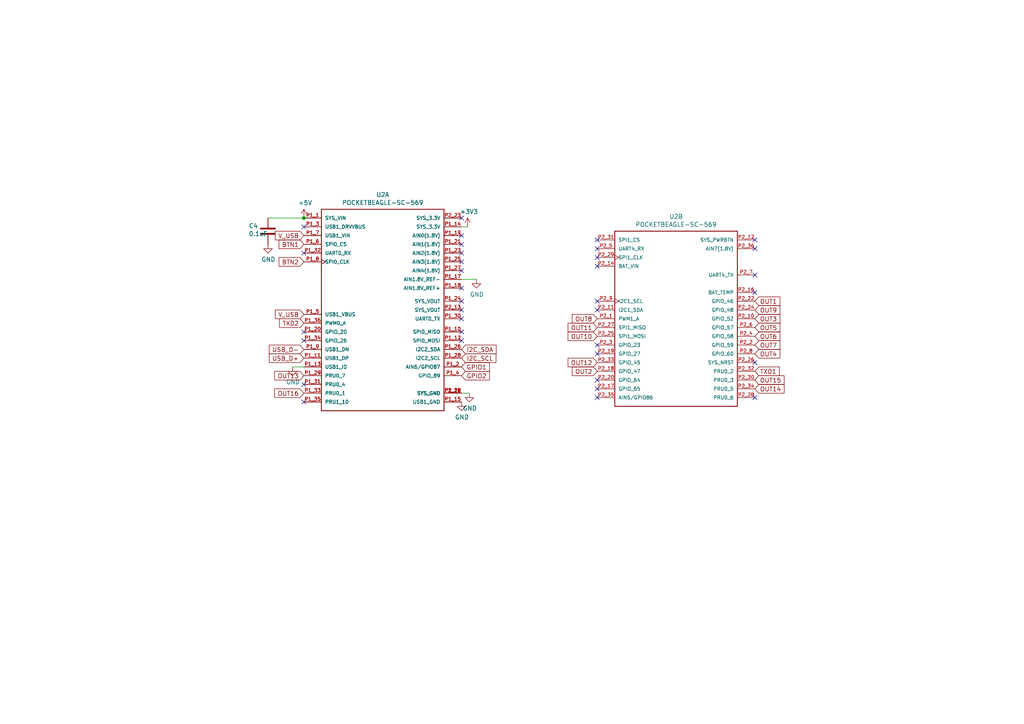
<source format=kicad_sch>
(kicad_sch (version 20211123) (generator eeschema)
  (paper "A4")
  (title_block (title "PB 16 Min") (date "2022-08-13") (rev "v3") (company "Scott Hanson"))
  (lib_symbols
    (symbol "Device:C" (pin_numbers hide) (pin_names (offset 0.254))
      (property "Reference" "C" (at 0.635 2.54 0))
      (property "Value" "C" (at 0.635 -2.54 0))
      (symbol "C_0_1"
        (polyline (pts (xy -2.032 -0.762) (xy 2.032 -0.762)) (stroke (width 0.508)))
        (polyline (pts (xy -2.032 0.762) (xy 2.032 0.762)) (stroke (width 0.508)))
      )
      (symbol "C_1_1"
        (pin passive line (at 0 3.81 270) (length 2.794) (name "~") (number "1"))
        (pin passive line (at 0 -3.81 90) (length 2.794) (name "~") (number "2"))
      )
    )
    (symbol "PB_16-rescue:+3.3V-power" (power) (pin_names (offset 0))
      (property "Value" "+3.3V-power" (at 0 3.556 0))
      (symbol "+3.3V-power_0_1"
        (polyline (pts (xy -0.762 1.27) (xy 0 2.54)))
        (polyline (pts (xy 0 0) (xy 0 2.54)))
        (polyline (pts (xy 0 2.54) (xy 0.762 1.27)))
      )
      (symbol "+3.3V-power_1_1"
        (pin power_in line (at 0 0 90) (length 0) hide (name "+3V3") (number "1"))
      )
    )
    (symbol "PB_16-rescue:POCKETBEAGLE-SC-569-POCKETBEAGLE" (pin_names (offset 1.016))
      (property "Reference" "U" (at -17.78 28.4734 0))
      (property "Value" "POCKETBEAGLE-SC-569-POCKETBEAGLE" (at -17.8054 -33.0454 0))
      (symbol "POCKETBEAGLE-SC-569-POCKETBEAGLE_1_0"
        (polyline (pts (xy -17.78 -30.48) (xy 17.78 -30.48)) (stroke (width 0.254)))
        (polyline (pts (xy -17.78 27.94) (xy -17.78 -30.48)) (stroke (width 0.254)))
        (polyline (pts (xy 17.78 -30.48) (xy 17.78 27.94)) (stroke (width 0.254)))
        (polyline (pts (xy 17.78 27.94) (xy -17.78 27.94)) (stroke (width 0.254)))
        (pin input line (at -22.86 25.4 0) (length 5.08) (name "SYS_VIN") (number "P1_1"))
        (pin bidirectional line (at 22.86 -7.62 180) (length 5.08) (name "SPI0_MISO") (number "P1_10"))
        (pin bidirectional line (at -22.86 -15.24 0) (length 5.08) (name "USB1_DP") (number "P1_11"))
        (pin bidirectional line (at 22.86 -10.16 180) (length 5.08) (name "SPI0_MOSI") (number "P1_12"))
        (pin bidirectional line (at -22.86 -17.78 0) (length 5.08) (name "USB1_ID") (number "P1_13"))
        (pin power_in line (at 22.86 22.86 180) (length 5.08) (name "SYS_3.3V") (number "P1_14"))
        (pin power_in line (at 22.86 -27.94 180) (length 5.08) (name "USB1_GND") (number "P1_15"))
        (pin power_in line (at 22.86 -25.4 180) (length 5.08) (name "SYS_GND") (number "P1_16"))
        (pin power_in line (at 22.86 7.62 180) (length 5.08) (name "AIN1.8V_REF-") (number "P1_17"))
        (pin power_in line (at 22.86 5.08 180) (length 5.08) (name "AIN1.8V_REF+") (number "P1_18"))
        (pin power_in line (at 22.86 20.32 180) (length 5.08) (name "AIN0(1.8V)") (number "P1_19"))
        (pin bidirectional line (at 22.86 -17.78 180) (length 5.08) (name "AIN6/GPIO87") (number "P1_2"))
        (pin bidirectional line (at -22.86 -7.62 0) (length 5.08) (name "GPIO_20") (number "P1_20"))
        (pin power_in line (at 22.86 17.78 180) (length 5.08) (name "AIN1(1.8V)") (number "P1_21"))
        (pin power_in line (at 22.86 -25.4 180) (length 5.08) (name "SYS_GND") (number "P1_22"))
        (pin power_in line (at 22.86 15.24 180) (length 5.08) (name "AIN2(1.8V)") (number "P1_23"))
        (pin output line (at 22.86 1.27 180) (length 5.08) (name "SYS_VOUT") (number "P1_24"))
        (pin power_in line (at 22.86 12.7 180) (length 5.08) (name "AIN3(1.8V)") (number "P1_25"))
        (pin bidirectional line (at 22.86 -12.7 180) (length 5.08) (name "I2C2_SDA") (number "P1_26"))
        (pin power_in line (at 22.86 10.16 180) (length 5.08) (name "AIN4(1.8V)") (number "P1_27"))
        (pin bidirectional line (at 22.86 -15.24 180) (length 5.08) (name "I2C2_SCL") (number "P1_28"))
        (pin bidirectional line (at -22.86 -20.32 0) (length 5.08) (name "PRU0_7") (number "P1_29"))
        (pin input line (at -22.86 22.86 0) (length 5.08) (name "USB1_DRVVBUS") (number "P1_3"))
        (pin output line (at 22.86 -3.81 180) (length 5.08) (name "UART0_TX") (number "P1_30"))
        (pin bidirectional line (at -22.86 -22.86 0) (length 5.08) (name "PRU0_4") (number "P1_31"))
        (pin input line (at -22.86 15.24 0) (length 5.08) (name "UART0_RX") (number "P1_32"))
        (pin bidirectional line (at -22.86 -25.4 0) (length 5.08) (name "PRU0_1") (number "P1_33"))
        (pin bidirectional line (at -22.86 -10.16 0) (length 5.08) (name "GPIO_26") (number "P1_34"))
        (pin bidirectional line (at -22.86 -27.94 0) (length 5.08) (name "PRU1_10") (number "P1_35"))
        (pin bidirectional line (at -22.86 -5.08 0) (length 5.08) (name "PWM0_A") (number "P1_36"))
        (pin bidirectional line (at 22.86 -20.32 180) (length 5.08) (name "GPIO_89") (number "P1_4"))
        (pin bidirectional line (at -22.86 -2.54 0) (length 5.08) (name "USB1_VBUS") (number "P1_5"))
        (pin input line (at -22.86 17.78 0) (length 5.08) (name "SPI0_CS") (number "P1_6"))
        (pin input line (at -22.86 20.32 0) (length 5.08) (name "USB1_VIN") (number "P1_7"))
        (pin input clock (at -22.86 12.7 0) (length 5.08) (name "SPI0_CLK") (number "P1_8"))
        (pin bidirectional line (at -22.86 -12.7 0) (length 5.08) (name "USB1_DN") (number "P1_9"))
        (pin output line (at 22.86 -1.27 180) (length 5.08) (name "SYS_VOUT") (number "P2_13"))
        (pin power_in line (at 22.86 -25.4 180) (length 5.08) (name "SYS_GND") (number "P2_15"))
        (pin power_in line (at 22.86 -25.4 180) (length 5.08) (name "SYS_GND") (number "P2_21"))
        (pin power_in line (at 22.86 25.4 180) (length 5.08) (name "SYS_3.3V") (number "P2_23"))
      )
      (symbol "POCKETBEAGLE-SC-569-POCKETBEAGLE_2_0"
        (polyline (pts (xy -17.78 -25.4) (xy 17.78 -25.4)) (stroke (width 0.254)))
        (polyline (pts (xy -17.78 25.4) (xy -17.78 -25.4)) (stroke (width 0.254)))
        (polyline (pts (xy 17.78 -25.4) (xy 17.78 25.4)) (stroke (width 0.254)))
        (polyline (pts (xy 17.78 25.4) (xy -17.78 25.4)) (stroke (width 0.254)))
        (pin bidirectional line (at -22.86 0 0) (length 5.08) (name "PWM1_A") (number "P2_1"))
        (pin bidirectional line (at 22.86 0 180) (length 5.08) (name "GPIO_52") (number "P2_10"))
        (pin bidirectional line (at -22.86 2.54 0) (length 5.08) (name "I2C1_SDA") (number "P2_11"))
        (pin power_in line (at 22.86 22.86 180) (length 5.08) (name "SYS_PWRBTN") (number "P2_12"))
        (pin input line (at -22.86 15.24 0) (length 5.08) (name "BAT_VIN") (number "P2_14"))
        (pin bidirectional line (at 22.86 7.62 180) (length 5.08) (name "BAT_TEMP") (number "P2_16"))
        (pin bidirectional line (at -22.86 -20.32 0) (length 5.08) (name "GPIO_65") (number "P2_17"))
        (pin bidirectional line (at -22.86 -15.24 0) (length 5.08) (name "GPIO_47") (number "P2_18"))
        (pin bidirectional line (at -22.86 -10.16 0) (length 5.08) (name "GPIO_27") (number "P2_19"))
        (pin bidirectional line (at 22.86 -7.62 180) (length 5.08) (name "GPIO_59") (number "P2_2"))
        (pin bidirectional line (at -22.86 -17.78 0) (length 5.08) (name "GPIO_64") (number "P2_20"))
        (pin bidirectional line (at 22.86 5.08 180) (length 5.08) (name "GPIO_46") (number "P2_22"))
        (pin bidirectional line (at 22.86 2.54 180) (length 5.08) (name "GPIO_48") (number "P2_24"))
        (pin bidirectional line (at -22.86 -5.08 0) (length 5.08) (name "SPI1_MOSI") (number "P2_25"))
        (pin bidirectional line (at 22.86 -12.7 180) (length 5.08) (name "SYS_NRST") (number "P2_26"))
        (pin bidirectional line (at -22.86 -2.54 0) (length 5.08) (name "SPI1_MISO") (number "P2_27"))
        (pin bidirectional line (at 22.86 -22.86 180) (length 5.08) (name "PRU0_6") (number "P2_28"))
        (pin input clock (at -22.86 17.78 0) (length 5.08) (name "SPI1_CLK") (number "P2_29"))
        (pin bidirectional line (at -22.86 -7.62 0) (length 5.08) (name "GPIO_23") (number "P2_3"))
        (pin bidirectional line (at 22.86 -17.78 180) (length 5.08) (name "PRU0_3") (number "P2_30"))
        (pin input line (at -22.86 22.86 0) (length 5.08) (name "SPI1_CS") (number "P2_31"))
        (pin bidirectional line (at 22.86 -15.24 180) (length 5.08) (name "PRU0_2") (number "P2_32"))
        (pin bidirectional line (at -22.86 -12.7 0) (length 5.08) (name "GPIO_45") (number "P2_33"))
        (pin bidirectional line (at 22.86 -20.32 180) (length 5.08) (name "PRU0_5") (number "P2_34"))
        (pin bidirectional line (at -22.86 -22.86 0) (length 5.08) (name "AIN5/GPIO86") (number "P2_35"))
        (pin power_in line (at 22.86 20.32 180) (length 5.08) (name "AIN7(1.8V)") (number "P2_36"))
        (pin bidirectional line (at 22.86 -5.08 180) (length 5.08) (name "GPIO_58") (number "P2_4"))
        (pin input line (at -22.86 20.32 0) (length 5.08) (name "UART4_RX") (number "P2_5"))
        (pin bidirectional line (at 22.86 -2.54 180) (length 5.08) (name "GPIO_57") (number "P2_6"))
        (pin output line (at 22.86 12.7 180) (length 5.08) (name "UART4_TX") (number "P2_7"))
        (pin bidirectional line (at 22.86 -10.16 180) (length 5.08) (name "GPIO_60") (number "P2_8"))
        (pin bidirectional clock (at -22.86 5.08 0) (length 5.08) (name "I2C1_SCL") (number "P2_9"))
      )
    )
    (symbol "power:+5V" (power) (pin_names (offset 0))
      (property "Value" "+5V" (at 0 3.556 0))
      (symbol "+5V_0_1"
        (polyline (pts (xy -0.762 1.27) (xy 0 2.54)))
        (polyline (pts (xy 0 0) (xy 0 2.54)))
        (polyline (pts (xy 0 2.54) (xy 0.762 1.27)))
      )
      (symbol "+5V_1_1"
        (pin power_in line (at 0 0 90) (length 0) hide (name "+5V") (number "1"))
      )
    )
    (symbol "power:GND" (power) (pin_names (offset 0))
      (property "Value" "GND" (at 0 -3.81 0))
      (symbol "GND_0_1"
        (polyline (pts (xy 0 0) (xy 0 -1.27) (xy 1.27 -1.27) (xy 0 -2.54) (xy -1.27 -1.27) (xy 0 -1.27)))
      )
      (symbol "GND_1_1"
        (pin power_in line (at 0 0 270) (length 0) hide (name "GND") (number "1"))
      )
    )
  )
  (junction (at 88.138 63.246))
  (no_connect (at 133.858 78.486))
  (no_connect (at 133.858 96.266))
  (no_connect (at 173.228 102.616))
  (no_connect (at 88.138 73.406))
  (no_connect (at 218.948 105.156))
  (no_connect (at 218.948 69.596))
  (no_connect (at 218.948 84.836))
  (no_connect (at 218.948 115.316))
  (no_connect (at 173.228 72.136))
  (no_connect (at 173.228 89.916))
  (no_connect (at 133.858 89.916))
  (no_connect (at 133.858 73.406))
  (no_connect (at 218.948 79.756))
  (no_connect (at 173.228 112.776))
  (no_connect (at 133.858 92.456))
  (no_connect (at 173.228 69.596))
  (no_connect (at 88.138 111.506))
  (no_connect (at 133.858 87.376))
  (no_connect (at 173.228 110.236))
  (no_connect (at 218.948 72.136))
  (no_connect (at 133.858 98.806))
  (no_connect (at 133.858 75.946))
  (no_connect (at 133.858 68.326))
  (no_connect (at 133.858 70.866))
  (no_connect (at 173.228 74.676))
  (no_connect (at 133.858 63.246))
  (no_connect (at 88.138 96.266))
  (no_connect (at 88.138 65.786))
  (no_connect (at 173.228 77.216))
  (no_connect (at 133.858 83.566))
  (no_connect (at 88.138 116.586))
  (no_connect (at 173.228 115.316))
  (no_connect (at 173.228 87.376))
  (no_connect (at 173.228 100.076))
  (no_connect (at 88.138 98.806))
  (wire (pts (xy 133.858 81.026) (xy 138.176 81.026)))
  (wire (pts (xy 77.724 63.246) (xy 88.138 63.246)))
  (wire (pts (xy 133.858 114.046) (xy 136.144 114.046)))
  (wire (pts (xy 88.138 106.426) (xy 84.836 106.426)))
  (wire (pts (xy 135.636 65.786) (xy 133.858 65.786)))
  (global_label "OUT7" (shape input) (at 218.948 100.076 0) (property "Intersheet References" "${INTERSHEET_REFS}" (effects hide)))
  (global_label "OUT10" (shape input) (at 173.228 97.536 180) (property "Intersheet References" "${INTERSHEET_REFS}" (effects hide)))
  (global_label "OUT5" (shape input) (at 218.948 94.996 0) (property "Intersheet References" "${INTERSHEET_REFS}" (effects hide)))
  (global_label "GPIO2" (shape input) (at 133.858 108.966 0) (property "Intersheet References" "${INTERSHEET_REFS}" (effects hide)))
  (global_label "OUT4" (shape input) (at 218.948 102.616 0) (property "Intersheet References" "${INTERSHEET_REFS}" (effects hide)))
  (global_label "OUT1" (shape input) (at 218.948 87.376 0) (property "Intersheet References" "${INTERSHEET_REFS}" (effects hide)))
  (global_label "OUT11" (shape input) (at 173.228 94.996 180) (property "Intersheet References" "${INTERSHEET_REFS}" (effects hide)))
  (global_label "USB_D+" (shape input) (at 88.138 103.886 180) (property "Intersheet References" "${INTERSHEET_REFS}" (effects hide)))
  (global_label "USB_D-" (shape input) (at 88.138 101.346 180) (property "Intersheet References" "${INTERSHEET_REFS}" (effects hide)))
  (global_label "OUT15" (shape input) (at 218.948 110.236 0) (property "Intersheet References" "${INTERSHEET_REFS}" (effects hide)))
  (global_label "GPIO1" (shape input) (at 133.858 106.426 0) (property "Intersheet References" "${INTERSHEET_REFS}" (effects hide)))
  (global_label "V_USB" (shape input) (at 88.138 68.326 180) (property "Intersheet References" "${INTERSHEET_REFS}" (effects hide)))
  (global_label "OUT9" (shape input) (at 218.948 89.916 0) (property "Intersheet References" "${INTERSHEET_REFS}" (effects hide)))
  (global_label "OUT8" (shape input) (at 173.228 92.456 180) (property "Intersheet References" "${INTERSHEET_REFS}" (effects hide)))
  (global_label "I2C_SCL" (shape input) (at 133.858 103.886 0) (property "Intersheet References" "${INTERSHEET_REFS}" (effects hide)))
  (global_label "OUT6" (shape input) (at 218.948 97.536 0) (property "Intersheet References" "${INTERSHEET_REFS}" (effects hide)))
  (global_label "I2C_SDA" (shape input) (at 133.858 101.346 0) (property "Intersheet References" "${INTERSHEET_REFS}" (effects hide)))
  (global_label "V_USB" (shape input) (at 88.138 91.186 180) (property "Intersheet References" "${INTERSHEET_REFS}" (effects hide)))
  (global_label "OUT16" (shape input) (at 88.138 114.046 180) (property "Intersheet References" "${INTERSHEET_REFS}" (effects hide)))
  (global_label "TXD1" (shape input) (at 218.948 107.696 0) (property "Intersheet References" "${INTERSHEET_REFS}" (effects hide)))
  (global_label "OUT13" (shape input) (at 88.138 108.966 180) (property "Intersheet References" "${INTERSHEET_REFS}" (effects hide)))
  (global_label "OUT12" (shape input) (at 173.228 105.156 180) (property "Intersheet References" "${INTERSHEET_REFS}" (effects hide)))
  (global_label "TXD2" (shape input) (at 88.138 93.726 180) (property "Intersheet References" "${INTERSHEET_REFS}" (effects hide)))
  (global_label "OUT14" (shape input) (at 218.948 112.776 0) (property "Intersheet References" "${INTERSHEET_REFS}" (effects hide)))
  (global_label "OUT2" (shape input) (at 173.228 107.696 180) (property "Intersheet References" "${INTERSHEET_REFS}" (effects hide)))
  (global_label "BTN2" (shape input) (at 88.138 75.946 180) (property "Intersheet References" "${INTERSHEET_REFS}" (effects hide)))
  (global_label "OUT3" (shape input) (at 218.948 92.456 0) (property "Intersheet References" "${INTERSHEET_REFS}" (effects hide)))
  (global_label "BTN1" (shape input) (at 88.138 70.866 180) (property "Intersheet References" "${INTERSHEET_REFS}" (effects hide)))
  (symbol (lib_id "PB_16-rescue:POCKETBEAGLE-SC-569-POCKETBEAGLE") (at 110.998 88.646 0) (unit 1)
    (property "Reference" "U2" (at 110.998 56.4642 0))
    (property "Value" "POCKETBEAGLE-SC-569" (at 110.998 58.7756 0))
    (property "Footprint" "POCKETBEAGLE:BEAGLE_POCKETBEAGLE-SC-569" (effects hide))
    (property "Field4" "https://www.digikey.com/product-detail/en/ghi-electronics-llc/POCKETBEAGLE-SC-569/POCKETBEAGLE-SC-569-ND/7603326?utm_source=snapeda&utm_medium=aggregator&utm_campaign=symbol" (effects hide))
    (property "Field5" "POCKETBEAGLE-SC-569" (effects hide))
    (property "Field6" "None" (effects hide))
    (property "Field7" "POCKETBEAGLE-SC-569-ND" (effects hide))
    (property "Field8" "GHI Electronics," (effects hide))
    (property "Digi-Key_PN" "POCKETBEAGLE-SC-569-ND" (effects hide))
    (property "MPN" "POCKETBEAGLE-SC-569" (effects hide))
  )
  (symbol (lib_id "PB_16-rescue:POCKETBEAGLE-SC-569-POCKETBEAGLE") (at 196.088 92.456 0) (unit 2)
    (property "Reference" "U2" (at 196.088 62.8142 0))
    (property "Value" "POCKETBEAGLE-SC-569" (at 196.088 65.1256 0))
    (property "Footprint" "POCKETBEAGLE:BEAGLE_POCKETBEAGLE-SC-569" (effects hide))
    (property "Field4" "https://www.digikey.com/product-detail/en/ghi-electronics-llc/POCKETBEAGLE-SC-569/POCKETBEAGLE-SC-569-ND/7603326?utm_source=snapeda&utm_medium=aggregator&utm_campaign=symbol" (effects hide))
    (property "Field5" "POCKETBEAGLE-SC-569" (effects hide))
    (property "Field6" "None" (effects hide))
    (property "Field7" "POCKETBEAGLE-SC-569-ND" (effects hide))
    (property "Field8" "GHI Electronics," (effects hide))
    (property "Digi-Key_PN" "POCKETBEAGLE-SC-569-ND" (effects hide))
    (property "MPN" "POCKETBEAGLE-SC-569" (effects hide))
  )
  (symbol (lib_id "power:GND") (at 138.176 81.026 0) (unit 1)
    (property "Reference" "#PWR038" (effects hide))
    (property "Value" "GND" (at 138.303 85.4202 0))
  )
  (symbol (lib_id "Device:C") (at 77.724 67.056 0) (unit 1)
    (property "Reference" "C4" (at 72.136 65.532 0) (effects (justify left)))
    (property "Value" "0.1uF" (at 72.136 67.818 0) (effects (justify left)))
    (property "Footprint" "Capacitor_THT:C_Rect_L7.0mm_W2.0mm_P5.00mm" (effects hide))
    (property "Digi-Key_PN" "478-7336-1-ND" (effects hide))
    (property "MPN" "SR215C104KARTR1" (effects hide))
  )
  (symbol (lib_id "power:GND") (at 77.724 70.866 0) (unit 1)
    (property "Reference" "#PWR032" (effects hide))
    (property "Value" "GND" (at 77.851 75.2602 0))
  )
  (symbol (lib_id "power:+5V") (at 88.138 63.246 0) (unit 1)
    (property "Reference" "#PWR034" (effects hide))
    (property "Value" "+5V" (at 88.519 58.8518 0))
  )
  (symbol (lib_id "power:GND") (at 133.858 116.586 0) (unit 1)
    (property "Reference" "#PWR035" (effects hide))
    (property "Value" "GND" (at 133.985 120.9802 0))
  )
  (symbol (lib_id "power:GND") (at 84.836 106.426 0) (unit 1)
    (property "Reference" "#PWR033" (effects hide))
    (property "Value" "GND" (at 84.963 110.8202 0))
  )
  (symbol (lib_id "power:GND") (at 136.144 114.046 0) (unit 1)
    (property "Reference" "#PWR037" (effects hide))
    (property "Value" "GND" (at 136.271 118.4402 0))
  )
  (symbol (lib_id "PB_16-rescue:+3.3V-power") (at 135.636 65.786 0) (unit 1)
    (property "Reference" "#PWR036" (effects hide))
    (property "Value" "+3.3V" (at 136.017 61.3918 0))
  )
)
</source>
